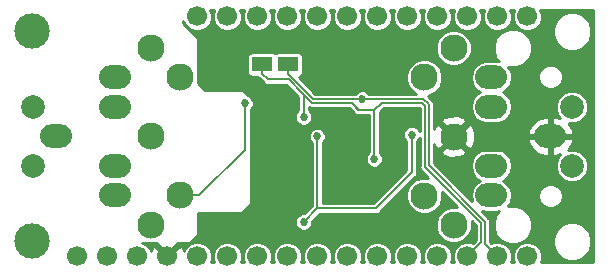
<source format=gbl>
G04 #@! TF.GenerationSoftware,KiCad,Pcbnew,(5.0.0-rc2-dev-444-g2974a2c10)*
G04 #@! TF.CreationDate,2019-08-12T19:19:49-07:00*
G04 #@! TF.ProjectId,Classic MIDI FeatherWing,436C6173736963204D49444920466561,v01*
G04 #@! TF.SameCoordinates,Original*
G04 #@! TF.FileFunction,Copper,L2,Bot,Signal*
G04 #@! TF.FilePolarity,Positive*
%FSLAX46Y46*%
G04 Gerber Fmt 4.6, Leading zero omitted, Abs format (unit mm)*
G04 Created by KiCad (PCBNEW (5.0.0-rc2-dev-444-g2974a2c10)) date 08/12/19 19:19:49*
%MOMM*%
%LPD*%
G01*
G04 APERTURE LIST*
%ADD10O,2.700000X2.000000*%
%ADD11C,2.000000*%
%ADD12C,2.300000*%
%ADD13R,1.800000X1.300000*%
%ADD14C,1.700000*%
%ADD15C,3.000000*%
%ADD16C,0.685800*%
%ADD17C,0.203200*%
%ADD18C,0.152400*%
%ADD19C,0.254000*%
G04 APERTURE END LIST*
D10*
X135342000Y-111680000D03*
X135342000Y-109180000D03*
X130342000Y-106680000D03*
X135342000Y-104180000D03*
X135342000Y-101680000D03*
X167172000Y-101680000D03*
X167172000Y-104180000D03*
X172172000Y-106680000D03*
X167172000Y-109180000D03*
X167172000Y-111680000D03*
D11*
X173983253Y-109197642D03*
D12*
X161483253Y-101697642D03*
X163983253Y-99197642D03*
X163983253Y-106697642D03*
X163983253Y-114197642D03*
D11*
X173983253Y-104197642D03*
D12*
X161483253Y-111697642D03*
D11*
X128329253Y-104183642D03*
D12*
X140829253Y-111683642D03*
X138329253Y-114183642D03*
X138329253Y-106683642D03*
X138329253Y-99183642D03*
D11*
X128329253Y-109183642D03*
D12*
X140829253Y-101683642D03*
D13*
X149962453Y-100594642D03*
X147778053Y-100594642D03*
D14*
X132106253Y-116850642D03*
X134646253Y-116850642D03*
X137186253Y-116850642D03*
X139726253Y-116850642D03*
X142266253Y-116850642D03*
X144806253Y-116850642D03*
X147346253Y-116850642D03*
X149886253Y-116850642D03*
X152426253Y-116850642D03*
X154966253Y-116850642D03*
X157506253Y-116850642D03*
X160046253Y-116850642D03*
X162586253Y-116850642D03*
X165126253Y-116850642D03*
X167666253Y-116850642D03*
X170206253Y-116850642D03*
X142266253Y-96530642D03*
X144806253Y-96530642D03*
X147346253Y-96530642D03*
X149886253Y-96530642D03*
X152426253Y-96530642D03*
X154966253Y-96530642D03*
X157506253Y-96530642D03*
X160046253Y-96530642D03*
X162586253Y-96530642D03*
X165126253Y-96530642D03*
X167666253Y-96530642D03*
X170206253Y-96530642D03*
D15*
X128296253Y-115580642D03*
X128296253Y-97800642D03*
D16*
X146330253Y-103896642D03*
X171450000Y-99695000D03*
X171450000Y-113665000D03*
X151638000Y-101727000D03*
X148844000Y-111506000D03*
X151283253Y-113929642D03*
X152426253Y-106685642D03*
X160427253Y-106533442D03*
X151283253Y-105039642D03*
X157252253Y-108595642D03*
X156236253Y-103515642D03*
D17*
X152426253Y-112786642D02*
X151283253Y-113929642D01*
X152426253Y-106685642D02*
X152426253Y-112786642D01*
X160427253Y-106533442D02*
X160427253Y-109738642D01*
X157379253Y-112786642D02*
X152426253Y-112786642D01*
X160427253Y-109738642D02*
X157379253Y-112786642D01*
D18*
X140825611Y-101680000D02*
X140829253Y-101683642D01*
X148245653Y-101864642D02*
X147778053Y-101397042D01*
X149998987Y-101864642D02*
X148245653Y-101864642D01*
X155271063Y-103820452D02*
X151954796Y-103820451D01*
X147778053Y-101397042D02*
X147778053Y-100594642D01*
X151283253Y-103148908D02*
X151141987Y-103007642D01*
X151283253Y-105039642D02*
X151283253Y-103148908D01*
X151954796Y-103820451D02*
X151141987Y-103007642D01*
X151141987Y-103007642D02*
X149998987Y-101864642D01*
X157252253Y-105166642D02*
X157252253Y-104455452D01*
X157252253Y-105166642D02*
X157252253Y-105039642D01*
X157252253Y-108595642D02*
X157252253Y-105166642D01*
X155906063Y-104455452D02*
X155347253Y-103896642D01*
X157252253Y-104455452D02*
X155906063Y-104455452D01*
X155855253Y-104404642D02*
X155347253Y-103896642D01*
X155347253Y-103896642D02*
X155271063Y-103820452D01*
X166319190Y-115657705D02*
X166319190Y-114045256D01*
X166319190Y-114045256D02*
X161544001Y-109270065D01*
X161544001Y-109270065D02*
X161544000Y-104074452D01*
X157887253Y-103820452D02*
X157252253Y-104455452D01*
X165126253Y-116850642D02*
X166319190Y-115657705D01*
X161544000Y-104074452D02*
X161290000Y-103820452D01*
X161290000Y-103820452D02*
X157887253Y-103820452D01*
X149962453Y-101397042D02*
X149962453Y-100594642D01*
X152081053Y-103515642D02*
X149962453Y-101397042D01*
X156236253Y-103515642D02*
X152081053Y-103515642D01*
X156721186Y-103515642D02*
X156236253Y-103515642D01*
X167666253Y-116850642D02*
X166624000Y-115808389D01*
X166624000Y-115808389D02*
X166624000Y-113919000D01*
X166624000Y-113919000D02*
X161848810Y-109143810D01*
X161848810Y-109143810D02*
X161848809Y-103948195D01*
X161848809Y-103948195D02*
X161416256Y-103515642D01*
X161416256Y-103515642D02*
X156721186Y-103515642D01*
X140825611Y-111680000D02*
X140829253Y-111683642D01*
X146330253Y-104381575D02*
X146330253Y-103896642D01*
X146330253Y-107808987D02*
X146330253Y-104381575D01*
X142455598Y-111683642D02*
X146330253Y-107808987D01*
X140829253Y-111683642D02*
X142455598Y-111683642D01*
D19*
G36*
X143575253Y-96285781D02*
X143575253Y-96775503D01*
X143762661Y-97227948D01*
X144108947Y-97574234D01*
X144561392Y-97761642D01*
X145051114Y-97761642D01*
X145503559Y-97574234D01*
X145849845Y-97227948D01*
X146037253Y-96775503D01*
X146037253Y-96285781D01*
X145923850Y-96012000D01*
X146228656Y-96012000D01*
X146115253Y-96285781D01*
X146115253Y-96775503D01*
X146302661Y-97227948D01*
X146648947Y-97574234D01*
X147101392Y-97761642D01*
X147591114Y-97761642D01*
X148043559Y-97574234D01*
X148389845Y-97227948D01*
X148577253Y-96775503D01*
X148577253Y-96285781D01*
X148463850Y-96012000D01*
X148768656Y-96012000D01*
X148655253Y-96285781D01*
X148655253Y-96775503D01*
X148842661Y-97227948D01*
X149188947Y-97574234D01*
X149641392Y-97761642D01*
X150131114Y-97761642D01*
X150583559Y-97574234D01*
X150929845Y-97227948D01*
X151117253Y-96775503D01*
X151117253Y-96285781D01*
X151003850Y-96012000D01*
X151308656Y-96012000D01*
X151195253Y-96285781D01*
X151195253Y-96775503D01*
X151382661Y-97227948D01*
X151728947Y-97574234D01*
X152181392Y-97761642D01*
X152671114Y-97761642D01*
X153123559Y-97574234D01*
X153469845Y-97227948D01*
X153657253Y-96775503D01*
X153657253Y-96285781D01*
X153543850Y-96012000D01*
X153848656Y-96012000D01*
X153735253Y-96285781D01*
X153735253Y-96775503D01*
X153922661Y-97227948D01*
X154268947Y-97574234D01*
X154721392Y-97761642D01*
X155211114Y-97761642D01*
X155663559Y-97574234D01*
X156009845Y-97227948D01*
X156197253Y-96775503D01*
X156197253Y-96285781D01*
X156083850Y-96012000D01*
X156388656Y-96012000D01*
X156275253Y-96285781D01*
X156275253Y-96775503D01*
X156462661Y-97227948D01*
X156808947Y-97574234D01*
X157261392Y-97761642D01*
X157751114Y-97761642D01*
X158203559Y-97574234D01*
X158549845Y-97227948D01*
X158737253Y-96775503D01*
X158737253Y-96285781D01*
X158623850Y-96012000D01*
X158928656Y-96012000D01*
X158815253Y-96285781D01*
X158815253Y-96775503D01*
X159002661Y-97227948D01*
X159348947Y-97574234D01*
X159801392Y-97761642D01*
X160291114Y-97761642D01*
X160743559Y-97574234D01*
X161089845Y-97227948D01*
X161277253Y-96775503D01*
X161277253Y-96285781D01*
X161163850Y-96012000D01*
X161468656Y-96012000D01*
X161355253Y-96285781D01*
X161355253Y-96775503D01*
X161542661Y-97227948D01*
X161888947Y-97574234D01*
X162341392Y-97761642D01*
X162831114Y-97761642D01*
X163283559Y-97574234D01*
X163629845Y-97227948D01*
X163817253Y-96775503D01*
X163817253Y-96285781D01*
X163703850Y-96012000D01*
X164008656Y-96012000D01*
X163895253Y-96285781D01*
X163895253Y-96775503D01*
X164082661Y-97227948D01*
X164428947Y-97574234D01*
X164881392Y-97761642D01*
X165371114Y-97761642D01*
X165823559Y-97574234D01*
X166169845Y-97227948D01*
X166357253Y-96775503D01*
X166357253Y-96285781D01*
X166243850Y-96012000D01*
X166548656Y-96012000D01*
X166435253Y-96285781D01*
X166435253Y-96775503D01*
X166622661Y-97227948D01*
X166968947Y-97574234D01*
X167421392Y-97761642D01*
X167911114Y-97761642D01*
X168363559Y-97574234D01*
X168709845Y-97227948D01*
X168897253Y-96775503D01*
X168897253Y-96285781D01*
X168783850Y-96012000D01*
X169088656Y-96012000D01*
X168975253Y-96285781D01*
X168975253Y-96775503D01*
X169162661Y-97227948D01*
X169508947Y-97574234D01*
X169961392Y-97761642D01*
X170451114Y-97761642D01*
X170903559Y-97574234D01*
X171001577Y-97476216D01*
X172385253Y-97476216D01*
X172385253Y-98125068D01*
X172633558Y-98724529D01*
X173092366Y-99183337D01*
X173691827Y-99431642D01*
X174340679Y-99431642D01*
X174940140Y-99183337D01*
X175398948Y-98724529D01*
X175647253Y-98125068D01*
X175647253Y-97476216D01*
X175398948Y-96876755D01*
X174940140Y-96417947D01*
X174340679Y-96169642D01*
X173691827Y-96169642D01*
X173092366Y-96417947D01*
X172633558Y-96876755D01*
X172385253Y-97476216D01*
X171001577Y-97476216D01*
X171249845Y-97227948D01*
X171437253Y-96775503D01*
X171437253Y-96285781D01*
X171323850Y-96012000D01*
X175768000Y-96012000D01*
X175768000Y-117348000D01*
X171332666Y-117348000D01*
X171437253Y-117095503D01*
X171437253Y-116605781D01*
X171249845Y-116153336D01*
X170903559Y-115807050D01*
X170451114Y-115619642D01*
X169961392Y-115619642D01*
X169508947Y-115807050D01*
X169162661Y-116153336D01*
X168975253Y-116605781D01*
X168975253Y-117095503D01*
X169079840Y-117348000D01*
X168792666Y-117348000D01*
X168897253Y-117095503D01*
X168897253Y-116605781D01*
X168709845Y-116153336D01*
X168363559Y-115807050D01*
X167911114Y-115619642D01*
X167421392Y-115619642D01*
X167181286Y-115719097D01*
X167081200Y-115619011D01*
X167081200Y-113964024D01*
X167090156Y-113918999D01*
X167081200Y-113873974D01*
X167081200Y-113873970D01*
X167054673Y-113740609D01*
X166953623Y-113589377D01*
X166915446Y-113563868D01*
X166344690Y-112993112D01*
X166685986Y-113061000D01*
X167658014Y-113061000D01*
X167851874Y-113022439D01*
X167600558Y-113273755D01*
X167352253Y-113873216D01*
X167352253Y-114522068D01*
X167600558Y-115121529D01*
X168059366Y-115580337D01*
X168658827Y-115828642D01*
X169307679Y-115828642D01*
X169907140Y-115580337D01*
X170231261Y-115256216D01*
X172385253Y-115256216D01*
X172385253Y-115905068D01*
X172633558Y-116504529D01*
X173092366Y-116963337D01*
X173691827Y-117211642D01*
X174340679Y-117211642D01*
X174940140Y-116963337D01*
X175398948Y-116504529D01*
X175647253Y-115905068D01*
X175647253Y-115256216D01*
X175398948Y-114656755D01*
X174940140Y-114197947D01*
X174340679Y-113949642D01*
X173691827Y-113949642D01*
X173092366Y-114197947D01*
X172633558Y-114656755D01*
X172385253Y-115256216D01*
X170231261Y-115256216D01*
X170365948Y-115121529D01*
X170614253Y-114522068D01*
X170614253Y-113873216D01*
X170365948Y-113273755D01*
X169907140Y-112814947D01*
X169307679Y-112566642D01*
X168658827Y-112566642D01*
X168564323Y-112605787D01*
X168822873Y-112218839D01*
X168930055Y-111680000D01*
X168899208Y-111524921D01*
X171141000Y-111524921D01*
X171141000Y-111935079D01*
X171297961Y-112314014D01*
X171587986Y-112604039D01*
X171966921Y-112761000D01*
X172377079Y-112761000D01*
X172756014Y-112604039D01*
X173046039Y-112314014D01*
X173203000Y-111935079D01*
X173203000Y-111524921D01*
X173046039Y-111145986D01*
X172756014Y-110855961D01*
X172377079Y-110699000D01*
X171966921Y-110699000D01*
X171587986Y-110855961D01*
X171297961Y-111145986D01*
X171141000Y-111524921D01*
X168899208Y-111524921D01*
X168822873Y-111141161D01*
X168517645Y-110684355D01*
X168136976Y-110430000D01*
X168517645Y-110175645D01*
X168822873Y-109718839D01*
X168930055Y-109180000D01*
X168822873Y-108641161D01*
X168517645Y-108184355D01*
X168060839Y-107879127D01*
X167658014Y-107799000D01*
X166685986Y-107799000D01*
X166283161Y-107879127D01*
X165826355Y-108184355D01*
X165521127Y-108641161D01*
X165413945Y-109180000D01*
X165521127Y-109718839D01*
X165826355Y-110175645D01*
X166207024Y-110430000D01*
X165826355Y-110684355D01*
X165521127Y-111141161D01*
X165413945Y-111680000D01*
X165508888Y-112157310D01*
X162306010Y-108954432D01*
X162306010Y-107958667D01*
X162901834Y-107958667D01*
X163018854Y-108241088D01*
X163682916Y-108492660D01*
X164392701Y-108470956D01*
X164947652Y-108241088D01*
X165064672Y-107958667D01*
X163983253Y-106877247D01*
X162901834Y-107958667D01*
X162306010Y-107958667D01*
X162306009Y-107339024D01*
X162439807Y-107662041D01*
X162722228Y-107779061D01*
X163803648Y-106697642D01*
X164162858Y-106697642D01*
X165244278Y-107779061D01*
X165526699Y-107662041D01*
X165754610Y-107060434D01*
X170231876Y-107060434D01*
X170262856Y-107188355D01*
X170576078Y-107746317D01*
X171078980Y-108141942D01*
X171695000Y-108315000D01*
X172045000Y-108315000D01*
X172045000Y-106807000D01*
X172299000Y-106807000D01*
X172299000Y-108315000D01*
X172649000Y-108315000D01*
X173015956Y-108211911D01*
X172812498Y-108415369D01*
X172602253Y-108922944D01*
X172602253Y-109472340D01*
X172812498Y-109979915D01*
X173200980Y-110368397D01*
X173708555Y-110578642D01*
X174257951Y-110578642D01*
X174765526Y-110368397D01*
X175154008Y-109979915D01*
X175364253Y-109472340D01*
X175364253Y-108922944D01*
X175154008Y-108415369D01*
X174765526Y-108026887D01*
X174257951Y-107816642D01*
X173708555Y-107816642D01*
X173645135Y-107842911D01*
X173767922Y-107746317D01*
X174081144Y-107188355D01*
X174112124Y-107060434D01*
X173992777Y-106807000D01*
X172299000Y-106807000D01*
X172045000Y-106807000D01*
X170351223Y-106807000D01*
X170231876Y-107060434D01*
X165754610Y-107060434D01*
X165778271Y-106997979D01*
X165756915Y-106299566D01*
X170231876Y-106299566D01*
X170351223Y-106553000D01*
X172045000Y-106553000D01*
X172045000Y-105045000D01*
X172299000Y-105045000D01*
X172299000Y-106553000D01*
X173992777Y-106553000D01*
X174112124Y-106299566D01*
X174081144Y-106171645D01*
X173767922Y-105613683D01*
X173723379Y-105578642D01*
X174257951Y-105578642D01*
X174765526Y-105368397D01*
X175154008Y-104979915D01*
X175364253Y-104472340D01*
X175364253Y-103922944D01*
X175154008Y-103415369D01*
X174765526Y-103026887D01*
X174257951Y-102816642D01*
X173708555Y-102816642D01*
X173200980Y-103026887D01*
X172812498Y-103415369D01*
X172602253Y-103922944D01*
X172602253Y-104472340D01*
X172812498Y-104979915D01*
X172966887Y-105134304D01*
X172649000Y-105045000D01*
X172299000Y-105045000D01*
X172045000Y-105045000D01*
X171695000Y-105045000D01*
X171078980Y-105218058D01*
X170576078Y-105613683D01*
X170262856Y-106171645D01*
X170231876Y-106299566D01*
X165756915Y-106299566D01*
X165756567Y-106288194D01*
X165526699Y-105733243D01*
X165244278Y-105616223D01*
X164162858Y-106697642D01*
X163803648Y-106697642D01*
X162722228Y-105616223D01*
X162439807Y-105733243D01*
X162306009Y-106086423D01*
X162306009Y-105436617D01*
X162901834Y-105436617D01*
X163983253Y-106518037D01*
X165064672Y-105436617D01*
X164947652Y-105154196D01*
X164283590Y-104902624D01*
X163573805Y-104924328D01*
X163018854Y-105154196D01*
X162901834Y-105436617D01*
X162306009Y-105436617D01*
X162306008Y-103993229D01*
X162314966Y-103948194D01*
X162279482Y-103769804D01*
X162203939Y-103656746D01*
X162203936Y-103656743D01*
X162178431Y-103618572D01*
X162140259Y-103593067D01*
X161775834Y-103228642D01*
X161787788Y-103228642D01*
X162350495Y-102995561D01*
X162781172Y-102564884D01*
X163014253Y-102002177D01*
X163014253Y-101680000D01*
X165413945Y-101680000D01*
X165521127Y-102218839D01*
X165826355Y-102675645D01*
X166207024Y-102930000D01*
X165826355Y-103184355D01*
X165521127Y-103641161D01*
X165413945Y-104180000D01*
X165521127Y-104718839D01*
X165826355Y-105175645D01*
X166283161Y-105480873D01*
X166685986Y-105561000D01*
X167658014Y-105561000D01*
X168060839Y-105480873D01*
X168517645Y-105175645D01*
X168822873Y-104718839D01*
X168930055Y-104180000D01*
X168822873Y-103641161D01*
X168517645Y-103184355D01*
X168136976Y-102930000D01*
X168517645Y-102675645D01*
X168822873Y-102218839D01*
X168930055Y-101680000D01*
X168879317Y-101424921D01*
X171141000Y-101424921D01*
X171141000Y-101835079D01*
X171297961Y-102214014D01*
X171587986Y-102504039D01*
X171966921Y-102661000D01*
X172377079Y-102661000D01*
X172756014Y-102504039D01*
X173046039Y-102214014D01*
X173203000Y-101835079D01*
X173203000Y-101424921D01*
X173046039Y-101045986D01*
X172756014Y-100755961D01*
X172377079Y-100599000D01*
X171966921Y-100599000D01*
X171587986Y-100755961D01*
X171297961Y-101045986D01*
X171141000Y-101424921D01*
X168879317Y-101424921D01*
X168822873Y-101141161D01*
X168596921Y-100803000D01*
X168658827Y-100828642D01*
X169307679Y-100828642D01*
X169907140Y-100580337D01*
X170365948Y-100121529D01*
X170614253Y-99522068D01*
X170614253Y-98873216D01*
X170365948Y-98273755D01*
X169907140Y-97814947D01*
X169307679Y-97566642D01*
X168658827Y-97566642D01*
X168059366Y-97814947D01*
X167600558Y-98273755D01*
X167352253Y-98873216D01*
X167352253Y-99522068D01*
X167600558Y-100121529D01*
X167807829Y-100328800D01*
X167658014Y-100299000D01*
X166685986Y-100299000D01*
X166283161Y-100379127D01*
X165826355Y-100684355D01*
X165521127Y-101141161D01*
X165413945Y-101680000D01*
X163014253Y-101680000D01*
X163014253Y-101393107D01*
X162781172Y-100830400D01*
X162350495Y-100399723D01*
X161787788Y-100166642D01*
X161178718Y-100166642D01*
X160616011Y-100399723D01*
X160185334Y-100830400D01*
X159952253Y-101393107D01*
X159952253Y-102002177D01*
X160185334Y-102564884D01*
X160616011Y-102995561D01*
X160767819Y-103058442D01*
X156802802Y-103058442D01*
X156646309Y-102901949D01*
X156380246Y-102791742D01*
X156092260Y-102791742D01*
X155826197Y-102901949D01*
X155669704Y-103058442D01*
X152270432Y-103058442D01*
X150845095Y-101633106D01*
X150862453Y-101633106D01*
X151011112Y-101603536D01*
X151137139Y-101519328D01*
X151221347Y-101393301D01*
X151250917Y-101244642D01*
X151250917Y-99944642D01*
X151221347Y-99795983D01*
X151137139Y-99669956D01*
X151011112Y-99585748D01*
X150862453Y-99556178D01*
X149062453Y-99556178D01*
X148913794Y-99585748D01*
X148870253Y-99614841D01*
X148826712Y-99585748D01*
X148678053Y-99556178D01*
X146878053Y-99556178D01*
X146729394Y-99585748D01*
X146603367Y-99669956D01*
X146519159Y-99795983D01*
X146489589Y-99944642D01*
X146489589Y-101244642D01*
X146519159Y-101393301D01*
X146603367Y-101519328D01*
X146729394Y-101603536D01*
X146878053Y-101633106D01*
X147385916Y-101633106D01*
X147448430Y-101726665D01*
X147486607Y-101752174D01*
X147890523Y-102156090D01*
X147916030Y-102194265D01*
X147954204Y-102219772D01*
X148067262Y-102295315D01*
X148245652Y-102330799D01*
X148290682Y-102321842D01*
X149809609Y-102321842D01*
X150826054Y-103338288D01*
X150826053Y-104473093D01*
X150669560Y-104629586D01*
X150559353Y-104895649D01*
X150559353Y-105183635D01*
X150669560Y-105449698D01*
X150873197Y-105653335D01*
X151139260Y-105763542D01*
X151427246Y-105763542D01*
X151693309Y-105653335D01*
X151896946Y-105449698D01*
X152007153Y-105183635D01*
X152007153Y-104895649D01*
X151896946Y-104629586D01*
X151740453Y-104473093D01*
X151740453Y-104227101D01*
X151776406Y-104251124D01*
X151954796Y-104286608D01*
X151999831Y-104277650D01*
X155081685Y-104277652D01*
X155550931Y-104746898D01*
X155576440Y-104785075D01*
X155704734Y-104870798D01*
X155727672Y-104886125D01*
X155906063Y-104921609D01*
X155951093Y-104912652D01*
X156795053Y-104912652D01*
X156795053Y-105211671D01*
X156795054Y-105211676D01*
X156795053Y-108029093D01*
X156638560Y-108185586D01*
X156528353Y-108451649D01*
X156528353Y-108739635D01*
X156638560Y-109005698D01*
X156842197Y-109209335D01*
X157108260Y-109319542D01*
X157396246Y-109319542D01*
X157662309Y-109209335D01*
X157865946Y-109005698D01*
X157976153Y-108739635D01*
X157976153Y-108451649D01*
X157865946Y-108185586D01*
X157709453Y-108029093D01*
X157709453Y-104644830D01*
X158076631Y-104277652D01*
X161086800Y-104277652D01*
X161086801Y-106234089D01*
X161040946Y-106123386D01*
X160837309Y-105919749D01*
X160571246Y-105809542D01*
X160283260Y-105809542D01*
X160017197Y-105919749D01*
X159813560Y-106123386D01*
X159703353Y-106389449D01*
X159703353Y-106677435D01*
X159813560Y-106943498D01*
X159944653Y-107074591D01*
X159944654Y-109538742D01*
X157179355Y-112304042D01*
X152908853Y-112304042D01*
X152908853Y-107226791D01*
X153039946Y-107095698D01*
X153150153Y-106829635D01*
X153150153Y-106541649D01*
X153039946Y-106275586D01*
X152836309Y-106071949D01*
X152570246Y-105961742D01*
X152282260Y-105961742D01*
X152016197Y-106071949D01*
X151812560Y-106275586D01*
X151702353Y-106541649D01*
X151702353Y-106829635D01*
X151812560Y-107095698D01*
X151943653Y-107226791D01*
X151943654Y-112586742D01*
X151324655Y-113205742D01*
X151139260Y-113205742D01*
X150873197Y-113315949D01*
X150669560Y-113519586D01*
X150559353Y-113785649D01*
X150559353Y-114073635D01*
X150669560Y-114339698D01*
X150873197Y-114543335D01*
X151139260Y-114653542D01*
X151427246Y-114653542D01*
X151693309Y-114543335D01*
X151896946Y-114339698D01*
X152007153Y-114073635D01*
X152007153Y-113888240D01*
X152626152Y-113269242D01*
X157331725Y-113269242D01*
X157379253Y-113278696D01*
X157426781Y-113269242D01*
X157426782Y-113269242D01*
X157567554Y-113241241D01*
X157727188Y-113134577D01*
X157754115Y-113094278D01*
X160734892Y-110113502D01*
X160775188Y-110086577D01*
X160881852Y-109926943D01*
X160909853Y-109786171D01*
X160909853Y-109786170D01*
X160919307Y-109738642D01*
X160909853Y-109691114D01*
X160909853Y-107074591D01*
X161040946Y-106943498D01*
X161086801Y-106832794D01*
X161086802Y-109225030D01*
X161077844Y-109270065D01*
X161113328Y-109448455D01*
X161130017Y-109473432D01*
X161214379Y-109599688D01*
X161252553Y-109625195D01*
X161798392Y-110171034D01*
X161787788Y-110166642D01*
X161178718Y-110166642D01*
X160616011Y-110399723D01*
X160185334Y-110830400D01*
X159952253Y-111393107D01*
X159952253Y-112002177D01*
X160185334Y-112564884D01*
X160616011Y-112995561D01*
X161178718Y-113228642D01*
X161787788Y-113228642D01*
X162350495Y-112995561D01*
X162781172Y-112564884D01*
X163014253Y-112002177D01*
X163014253Y-111393107D01*
X163009861Y-111382504D01*
X164298390Y-112671034D01*
X164287788Y-112666642D01*
X163678718Y-112666642D01*
X163116011Y-112899723D01*
X162685334Y-113330400D01*
X162452253Y-113893107D01*
X162452253Y-114502177D01*
X162685334Y-115064884D01*
X163116011Y-115495561D01*
X163678718Y-115728642D01*
X164287788Y-115728642D01*
X164850495Y-115495561D01*
X165281172Y-115064884D01*
X165514253Y-114502177D01*
X165514253Y-113893107D01*
X165509862Y-113882505D01*
X165861991Y-114234635D01*
X165861990Y-115468327D01*
X165611220Y-115719097D01*
X165371114Y-115619642D01*
X164881392Y-115619642D01*
X164428947Y-115807050D01*
X164082661Y-116153336D01*
X163895253Y-116605781D01*
X163895253Y-117095503D01*
X163999840Y-117348000D01*
X163712666Y-117348000D01*
X163817253Y-117095503D01*
X163817253Y-116605781D01*
X163629845Y-116153336D01*
X163283559Y-115807050D01*
X162831114Y-115619642D01*
X162341392Y-115619642D01*
X161888947Y-115807050D01*
X161542661Y-116153336D01*
X161355253Y-116605781D01*
X161355253Y-117095503D01*
X161459840Y-117348000D01*
X161172666Y-117348000D01*
X161277253Y-117095503D01*
X161277253Y-116605781D01*
X161089845Y-116153336D01*
X160743559Y-115807050D01*
X160291114Y-115619642D01*
X159801392Y-115619642D01*
X159348947Y-115807050D01*
X159002661Y-116153336D01*
X158815253Y-116605781D01*
X158815253Y-117095503D01*
X158919840Y-117348000D01*
X158632666Y-117348000D01*
X158737253Y-117095503D01*
X158737253Y-116605781D01*
X158549845Y-116153336D01*
X158203559Y-115807050D01*
X157751114Y-115619642D01*
X157261392Y-115619642D01*
X156808947Y-115807050D01*
X156462661Y-116153336D01*
X156275253Y-116605781D01*
X156275253Y-117095503D01*
X156379840Y-117348000D01*
X156092666Y-117348000D01*
X156197253Y-117095503D01*
X156197253Y-116605781D01*
X156009845Y-116153336D01*
X155663559Y-115807050D01*
X155211114Y-115619642D01*
X154721392Y-115619642D01*
X154268947Y-115807050D01*
X153922661Y-116153336D01*
X153735253Y-116605781D01*
X153735253Y-117095503D01*
X153839840Y-117348000D01*
X153552666Y-117348000D01*
X153657253Y-117095503D01*
X153657253Y-116605781D01*
X153469845Y-116153336D01*
X153123559Y-115807050D01*
X152671114Y-115619642D01*
X152181392Y-115619642D01*
X151728947Y-115807050D01*
X151382661Y-116153336D01*
X151195253Y-116605781D01*
X151195253Y-117095503D01*
X151299840Y-117348000D01*
X151012666Y-117348000D01*
X151117253Y-117095503D01*
X151117253Y-116605781D01*
X150929845Y-116153336D01*
X150583559Y-115807050D01*
X150131114Y-115619642D01*
X149641392Y-115619642D01*
X149188947Y-115807050D01*
X148842661Y-116153336D01*
X148655253Y-116605781D01*
X148655253Y-117095503D01*
X148759840Y-117348000D01*
X148472666Y-117348000D01*
X148577253Y-117095503D01*
X148577253Y-116605781D01*
X148389845Y-116153336D01*
X148043559Y-115807050D01*
X147591114Y-115619642D01*
X147101392Y-115619642D01*
X146648947Y-115807050D01*
X146302661Y-116153336D01*
X146115253Y-116605781D01*
X146115253Y-117095503D01*
X146219840Y-117348000D01*
X145932666Y-117348000D01*
X146037253Y-117095503D01*
X146037253Y-116605781D01*
X145849845Y-116153336D01*
X145503559Y-115807050D01*
X145051114Y-115619642D01*
X144561392Y-115619642D01*
X144108947Y-115807050D01*
X143762661Y-116153336D01*
X143575253Y-116605781D01*
X143575253Y-117095503D01*
X143679840Y-117348000D01*
X143392666Y-117348000D01*
X143497253Y-117095503D01*
X143497253Y-116605781D01*
X143309845Y-116153336D01*
X142963559Y-115807050D01*
X142511114Y-115619642D01*
X142021392Y-115619642D01*
X141568947Y-115807050D01*
X141222661Y-116153336D01*
X141140058Y-116352758D01*
X141021512Y-116066562D01*
X140770211Y-115986289D01*
X139905858Y-116850642D01*
X139920001Y-116864785D01*
X139740396Y-117044390D01*
X139726253Y-117030247D01*
X139712111Y-117044390D01*
X139532506Y-116864785D01*
X139546648Y-116850642D01*
X138682295Y-115986289D01*
X138430994Y-116066562D01*
X138320299Y-116371713D01*
X138229845Y-116153336D01*
X137883559Y-115807050D01*
X137617874Y-115697000D01*
X137982126Y-115697000D01*
X138024718Y-115714642D01*
X138633788Y-115714642D01*
X138676379Y-115697000D01*
X138896936Y-115697000D01*
X138861900Y-115806684D01*
X139726253Y-116671037D01*
X140590606Y-115806684D01*
X140555570Y-115697000D01*
X141605000Y-115697000D01*
X141653601Y-115687333D01*
X141694803Y-115659803D01*
X142329803Y-115024803D01*
X142357333Y-114983601D01*
X142367000Y-114935000D01*
X142367000Y-113157000D01*
X146050000Y-113157000D01*
X146098601Y-113147333D01*
X146139803Y-113119803D01*
X146774803Y-112484803D01*
X146802333Y-112443601D01*
X146812000Y-112395000D01*
X146812000Y-104438644D01*
X146943946Y-104306698D01*
X147054153Y-104040635D01*
X147054153Y-103752649D01*
X146943946Y-103486586D01*
X146740309Y-103282949D01*
X146573432Y-103213826D01*
X146139803Y-102780197D01*
X146098601Y-102752667D01*
X146050000Y-102743000D01*
X142927606Y-102743000D01*
X142367000Y-102182394D01*
X142367000Y-98893107D01*
X162452253Y-98893107D01*
X162452253Y-99502177D01*
X162685334Y-100064884D01*
X163116011Y-100495561D01*
X163678718Y-100728642D01*
X164287788Y-100728642D01*
X164850495Y-100495561D01*
X165281172Y-100064884D01*
X165514253Y-99502177D01*
X165514253Y-98893107D01*
X165281172Y-98330400D01*
X164850495Y-97899723D01*
X164287788Y-97666642D01*
X163678718Y-97666642D01*
X163116011Y-97899723D01*
X162685334Y-98330400D01*
X162452253Y-98893107D01*
X142367000Y-98893107D01*
X142367000Y-98425000D01*
X142357333Y-98376399D01*
X142329803Y-98335197D01*
X141097000Y-97102394D01*
X141097000Y-96924574D01*
X141222661Y-97227948D01*
X141568947Y-97574234D01*
X142021392Y-97761642D01*
X142511114Y-97761642D01*
X142963559Y-97574234D01*
X143309845Y-97227948D01*
X143497253Y-96775503D01*
X143497253Y-96285781D01*
X143383850Y-96012000D01*
X143688656Y-96012000D01*
X143575253Y-96285781D01*
X143575253Y-96285781D01*
G37*
X143575253Y-96285781D02*
X143575253Y-96775503D01*
X143762661Y-97227948D01*
X144108947Y-97574234D01*
X144561392Y-97761642D01*
X145051114Y-97761642D01*
X145503559Y-97574234D01*
X145849845Y-97227948D01*
X146037253Y-96775503D01*
X146037253Y-96285781D01*
X145923850Y-96012000D01*
X146228656Y-96012000D01*
X146115253Y-96285781D01*
X146115253Y-96775503D01*
X146302661Y-97227948D01*
X146648947Y-97574234D01*
X147101392Y-97761642D01*
X147591114Y-97761642D01*
X148043559Y-97574234D01*
X148389845Y-97227948D01*
X148577253Y-96775503D01*
X148577253Y-96285781D01*
X148463850Y-96012000D01*
X148768656Y-96012000D01*
X148655253Y-96285781D01*
X148655253Y-96775503D01*
X148842661Y-97227948D01*
X149188947Y-97574234D01*
X149641392Y-97761642D01*
X150131114Y-97761642D01*
X150583559Y-97574234D01*
X150929845Y-97227948D01*
X151117253Y-96775503D01*
X151117253Y-96285781D01*
X151003850Y-96012000D01*
X151308656Y-96012000D01*
X151195253Y-96285781D01*
X151195253Y-96775503D01*
X151382661Y-97227948D01*
X151728947Y-97574234D01*
X152181392Y-97761642D01*
X152671114Y-97761642D01*
X153123559Y-97574234D01*
X153469845Y-97227948D01*
X153657253Y-96775503D01*
X153657253Y-96285781D01*
X153543850Y-96012000D01*
X153848656Y-96012000D01*
X153735253Y-96285781D01*
X153735253Y-96775503D01*
X153922661Y-97227948D01*
X154268947Y-97574234D01*
X154721392Y-97761642D01*
X155211114Y-97761642D01*
X155663559Y-97574234D01*
X156009845Y-97227948D01*
X156197253Y-96775503D01*
X156197253Y-96285781D01*
X156083850Y-96012000D01*
X156388656Y-96012000D01*
X156275253Y-96285781D01*
X156275253Y-96775503D01*
X156462661Y-97227948D01*
X156808947Y-97574234D01*
X157261392Y-97761642D01*
X157751114Y-97761642D01*
X158203559Y-97574234D01*
X158549845Y-97227948D01*
X158737253Y-96775503D01*
X158737253Y-96285781D01*
X158623850Y-96012000D01*
X158928656Y-96012000D01*
X158815253Y-96285781D01*
X158815253Y-96775503D01*
X159002661Y-97227948D01*
X159348947Y-97574234D01*
X159801392Y-97761642D01*
X160291114Y-97761642D01*
X160743559Y-97574234D01*
X161089845Y-97227948D01*
X161277253Y-96775503D01*
X161277253Y-96285781D01*
X161163850Y-96012000D01*
X161468656Y-96012000D01*
X161355253Y-96285781D01*
X161355253Y-96775503D01*
X161542661Y-97227948D01*
X161888947Y-97574234D01*
X162341392Y-97761642D01*
X162831114Y-97761642D01*
X163283559Y-97574234D01*
X163629845Y-97227948D01*
X163817253Y-96775503D01*
X163817253Y-96285781D01*
X163703850Y-96012000D01*
X164008656Y-96012000D01*
X163895253Y-96285781D01*
X163895253Y-96775503D01*
X164082661Y-97227948D01*
X164428947Y-97574234D01*
X164881392Y-97761642D01*
X165371114Y-97761642D01*
X165823559Y-97574234D01*
X166169845Y-97227948D01*
X166357253Y-96775503D01*
X166357253Y-96285781D01*
X166243850Y-96012000D01*
X166548656Y-96012000D01*
X166435253Y-96285781D01*
X166435253Y-96775503D01*
X166622661Y-97227948D01*
X166968947Y-97574234D01*
X167421392Y-97761642D01*
X167911114Y-97761642D01*
X168363559Y-97574234D01*
X168709845Y-97227948D01*
X168897253Y-96775503D01*
X168897253Y-96285781D01*
X168783850Y-96012000D01*
X169088656Y-96012000D01*
X168975253Y-96285781D01*
X168975253Y-96775503D01*
X169162661Y-97227948D01*
X169508947Y-97574234D01*
X169961392Y-97761642D01*
X170451114Y-97761642D01*
X170903559Y-97574234D01*
X171001577Y-97476216D01*
X172385253Y-97476216D01*
X172385253Y-98125068D01*
X172633558Y-98724529D01*
X173092366Y-99183337D01*
X173691827Y-99431642D01*
X174340679Y-99431642D01*
X174940140Y-99183337D01*
X175398948Y-98724529D01*
X175647253Y-98125068D01*
X175647253Y-97476216D01*
X175398948Y-96876755D01*
X174940140Y-96417947D01*
X174340679Y-96169642D01*
X173691827Y-96169642D01*
X173092366Y-96417947D01*
X172633558Y-96876755D01*
X172385253Y-97476216D01*
X171001577Y-97476216D01*
X171249845Y-97227948D01*
X171437253Y-96775503D01*
X171437253Y-96285781D01*
X171323850Y-96012000D01*
X175768000Y-96012000D01*
X175768000Y-117348000D01*
X171332666Y-117348000D01*
X171437253Y-117095503D01*
X171437253Y-116605781D01*
X171249845Y-116153336D01*
X170903559Y-115807050D01*
X170451114Y-115619642D01*
X169961392Y-115619642D01*
X169508947Y-115807050D01*
X169162661Y-116153336D01*
X168975253Y-116605781D01*
X168975253Y-117095503D01*
X169079840Y-117348000D01*
X168792666Y-117348000D01*
X168897253Y-117095503D01*
X168897253Y-116605781D01*
X168709845Y-116153336D01*
X168363559Y-115807050D01*
X167911114Y-115619642D01*
X167421392Y-115619642D01*
X167181286Y-115719097D01*
X167081200Y-115619011D01*
X167081200Y-113964024D01*
X167090156Y-113918999D01*
X167081200Y-113873974D01*
X167081200Y-113873970D01*
X167054673Y-113740609D01*
X166953623Y-113589377D01*
X166915446Y-113563868D01*
X166344690Y-112993112D01*
X166685986Y-113061000D01*
X167658014Y-113061000D01*
X167851874Y-113022439D01*
X167600558Y-113273755D01*
X167352253Y-113873216D01*
X167352253Y-114522068D01*
X167600558Y-115121529D01*
X168059366Y-115580337D01*
X168658827Y-115828642D01*
X169307679Y-115828642D01*
X169907140Y-115580337D01*
X170231261Y-115256216D01*
X172385253Y-115256216D01*
X172385253Y-115905068D01*
X172633558Y-116504529D01*
X173092366Y-116963337D01*
X173691827Y-117211642D01*
X174340679Y-117211642D01*
X174940140Y-116963337D01*
X175398948Y-116504529D01*
X175647253Y-115905068D01*
X175647253Y-115256216D01*
X175398948Y-114656755D01*
X174940140Y-114197947D01*
X174340679Y-113949642D01*
X173691827Y-113949642D01*
X173092366Y-114197947D01*
X172633558Y-114656755D01*
X172385253Y-115256216D01*
X170231261Y-115256216D01*
X170365948Y-115121529D01*
X170614253Y-114522068D01*
X170614253Y-113873216D01*
X170365948Y-113273755D01*
X169907140Y-112814947D01*
X169307679Y-112566642D01*
X168658827Y-112566642D01*
X168564323Y-112605787D01*
X168822873Y-112218839D01*
X168930055Y-111680000D01*
X168899208Y-111524921D01*
X171141000Y-111524921D01*
X171141000Y-111935079D01*
X171297961Y-112314014D01*
X171587986Y-112604039D01*
X171966921Y-112761000D01*
X172377079Y-112761000D01*
X172756014Y-112604039D01*
X173046039Y-112314014D01*
X173203000Y-111935079D01*
X173203000Y-111524921D01*
X173046039Y-111145986D01*
X172756014Y-110855961D01*
X172377079Y-110699000D01*
X171966921Y-110699000D01*
X171587986Y-110855961D01*
X171297961Y-111145986D01*
X171141000Y-111524921D01*
X168899208Y-111524921D01*
X168822873Y-111141161D01*
X168517645Y-110684355D01*
X168136976Y-110430000D01*
X168517645Y-110175645D01*
X168822873Y-109718839D01*
X168930055Y-109180000D01*
X168822873Y-108641161D01*
X168517645Y-108184355D01*
X168060839Y-107879127D01*
X167658014Y-107799000D01*
X166685986Y-107799000D01*
X166283161Y-107879127D01*
X165826355Y-108184355D01*
X165521127Y-108641161D01*
X165413945Y-109180000D01*
X165521127Y-109718839D01*
X165826355Y-110175645D01*
X166207024Y-110430000D01*
X165826355Y-110684355D01*
X165521127Y-111141161D01*
X165413945Y-111680000D01*
X165508888Y-112157310D01*
X162306010Y-108954432D01*
X162306010Y-107958667D01*
X162901834Y-107958667D01*
X163018854Y-108241088D01*
X163682916Y-108492660D01*
X164392701Y-108470956D01*
X164947652Y-108241088D01*
X165064672Y-107958667D01*
X163983253Y-106877247D01*
X162901834Y-107958667D01*
X162306010Y-107958667D01*
X162306009Y-107339024D01*
X162439807Y-107662041D01*
X162722228Y-107779061D01*
X163803648Y-106697642D01*
X164162858Y-106697642D01*
X165244278Y-107779061D01*
X165526699Y-107662041D01*
X165754610Y-107060434D01*
X170231876Y-107060434D01*
X170262856Y-107188355D01*
X170576078Y-107746317D01*
X171078980Y-108141942D01*
X171695000Y-108315000D01*
X172045000Y-108315000D01*
X172045000Y-106807000D01*
X172299000Y-106807000D01*
X172299000Y-108315000D01*
X172649000Y-108315000D01*
X173015956Y-108211911D01*
X172812498Y-108415369D01*
X172602253Y-108922944D01*
X172602253Y-109472340D01*
X172812498Y-109979915D01*
X173200980Y-110368397D01*
X173708555Y-110578642D01*
X174257951Y-110578642D01*
X174765526Y-110368397D01*
X175154008Y-109979915D01*
X175364253Y-109472340D01*
X175364253Y-108922944D01*
X175154008Y-108415369D01*
X174765526Y-108026887D01*
X174257951Y-107816642D01*
X173708555Y-107816642D01*
X173645135Y-107842911D01*
X173767922Y-107746317D01*
X174081144Y-107188355D01*
X174112124Y-107060434D01*
X173992777Y-106807000D01*
X172299000Y-106807000D01*
X172045000Y-106807000D01*
X170351223Y-106807000D01*
X170231876Y-107060434D01*
X165754610Y-107060434D01*
X165778271Y-106997979D01*
X165756915Y-106299566D01*
X170231876Y-106299566D01*
X170351223Y-106553000D01*
X172045000Y-106553000D01*
X172045000Y-105045000D01*
X172299000Y-105045000D01*
X172299000Y-106553000D01*
X173992777Y-106553000D01*
X174112124Y-106299566D01*
X174081144Y-106171645D01*
X173767922Y-105613683D01*
X173723379Y-105578642D01*
X174257951Y-105578642D01*
X174765526Y-105368397D01*
X175154008Y-104979915D01*
X175364253Y-104472340D01*
X175364253Y-103922944D01*
X175154008Y-103415369D01*
X174765526Y-103026887D01*
X174257951Y-102816642D01*
X173708555Y-102816642D01*
X173200980Y-103026887D01*
X172812498Y-103415369D01*
X172602253Y-103922944D01*
X172602253Y-104472340D01*
X172812498Y-104979915D01*
X172966887Y-105134304D01*
X172649000Y-105045000D01*
X172299000Y-105045000D01*
X172045000Y-105045000D01*
X171695000Y-105045000D01*
X171078980Y-105218058D01*
X170576078Y-105613683D01*
X170262856Y-106171645D01*
X170231876Y-106299566D01*
X165756915Y-106299566D01*
X165756567Y-106288194D01*
X165526699Y-105733243D01*
X165244278Y-105616223D01*
X164162858Y-106697642D01*
X163803648Y-106697642D01*
X162722228Y-105616223D01*
X162439807Y-105733243D01*
X162306009Y-106086423D01*
X162306009Y-105436617D01*
X162901834Y-105436617D01*
X163983253Y-106518037D01*
X165064672Y-105436617D01*
X164947652Y-105154196D01*
X164283590Y-104902624D01*
X163573805Y-104924328D01*
X163018854Y-105154196D01*
X162901834Y-105436617D01*
X162306009Y-105436617D01*
X162306008Y-103993229D01*
X162314966Y-103948194D01*
X162279482Y-103769804D01*
X162203939Y-103656746D01*
X162203936Y-103656743D01*
X162178431Y-103618572D01*
X162140259Y-103593067D01*
X161775834Y-103228642D01*
X161787788Y-103228642D01*
X162350495Y-102995561D01*
X162781172Y-102564884D01*
X163014253Y-102002177D01*
X163014253Y-101680000D01*
X165413945Y-101680000D01*
X165521127Y-102218839D01*
X165826355Y-102675645D01*
X166207024Y-102930000D01*
X165826355Y-103184355D01*
X165521127Y-103641161D01*
X165413945Y-104180000D01*
X165521127Y-104718839D01*
X165826355Y-105175645D01*
X166283161Y-105480873D01*
X166685986Y-105561000D01*
X167658014Y-105561000D01*
X168060839Y-105480873D01*
X168517645Y-105175645D01*
X168822873Y-104718839D01*
X168930055Y-104180000D01*
X168822873Y-103641161D01*
X168517645Y-103184355D01*
X168136976Y-102930000D01*
X168517645Y-102675645D01*
X168822873Y-102218839D01*
X168930055Y-101680000D01*
X168879317Y-101424921D01*
X171141000Y-101424921D01*
X171141000Y-101835079D01*
X171297961Y-102214014D01*
X171587986Y-102504039D01*
X171966921Y-102661000D01*
X172377079Y-102661000D01*
X172756014Y-102504039D01*
X173046039Y-102214014D01*
X173203000Y-101835079D01*
X173203000Y-101424921D01*
X173046039Y-101045986D01*
X172756014Y-100755961D01*
X172377079Y-100599000D01*
X171966921Y-100599000D01*
X171587986Y-100755961D01*
X171297961Y-101045986D01*
X171141000Y-101424921D01*
X168879317Y-101424921D01*
X168822873Y-101141161D01*
X168596921Y-100803000D01*
X168658827Y-100828642D01*
X169307679Y-100828642D01*
X169907140Y-100580337D01*
X170365948Y-100121529D01*
X170614253Y-99522068D01*
X170614253Y-98873216D01*
X170365948Y-98273755D01*
X169907140Y-97814947D01*
X169307679Y-97566642D01*
X168658827Y-97566642D01*
X168059366Y-97814947D01*
X167600558Y-98273755D01*
X167352253Y-98873216D01*
X167352253Y-99522068D01*
X167600558Y-100121529D01*
X167807829Y-100328800D01*
X167658014Y-100299000D01*
X166685986Y-100299000D01*
X166283161Y-100379127D01*
X165826355Y-100684355D01*
X165521127Y-101141161D01*
X165413945Y-101680000D01*
X163014253Y-101680000D01*
X163014253Y-101393107D01*
X162781172Y-100830400D01*
X162350495Y-100399723D01*
X161787788Y-100166642D01*
X161178718Y-100166642D01*
X160616011Y-100399723D01*
X160185334Y-100830400D01*
X159952253Y-101393107D01*
X159952253Y-102002177D01*
X160185334Y-102564884D01*
X160616011Y-102995561D01*
X160767819Y-103058442D01*
X156802802Y-103058442D01*
X156646309Y-102901949D01*
X156380246Y-102791742D01*
X156092260Y-102791742D01*
X155826197Y-102901949D01*
X155669704Y-103058442D01*
X152270432Y-103058442D01*
X150845095Y-101633106D01*
X150862453Y-101633106D01*
X151011112Y-101603536D01*
X151137139Y-101519328D01*
X151221347Y-101393301D01*
X151250917Y-101244642D01*
X151250917Y-99944642D01*
X151221347Y-99795983D01*
X151137139Y-99669956D01*
X151011112Y-99585748D01*
X150862453Y-99556178D01*
X149062453Y-99556178D01*
X148913794Y-99585748D01*
X148870253Y-99614841D01*
X148826712Y-99585748D01*
X148678053Y-99556178D01*
X146878053Y-99556178D01*
X146729394Y-99585748D01*
X146603367Y-99669956D01*
X146519159Y-99795983D01*
X146489589Y-99944642D01*
X146489589Y-101244642D01*
X146519159Y-101393301D01*
X146603367Y-101519328D01*
X146729394Y-101603536D01*
X146878053Y-101633106D01*
X147385916Y-101633106D01*
X147448430Y-101726665D01*
X147486607Y-101752174D01*
X147890523Y-102156090D01*
X147916030Y-102194265D01*
X147954204Y-102219772D01*
X148067262Y-102295315D01*
X148245652Y-102330799D01*
X148290682Y-102321842D01*
X149809609Y-102321842D01*
X150826054Y-103338288D01*
X150826053Y-104473093D01*
X150669560Y-104629586D01*
X150559353Y-104895649D01*
X150559353Y-105183635D01*
X150669560Y-105449698D01*
X150873197Y-105653335D01*
X151139260Y-105763542D01*
X151427246Y-105763542D01*
X151693309Y-105653335D01*
X151896946Y-105449698D01*
X152007153Y-105183635D01*
X152007153Y-104895649D01*
X151896946Y-104629586D01*
X151740453Y-104473093D01*
X151740453Y-104227101D01*
X151776406Y-104251124D01*
X151954796Y-104286608D01*
X151999831Y-104277650D01*
X155081685Y-104277652D01*
X155550931Y-104746898D01*
X155576440Y-104785075D01*
X155704734Y-104870798D01*
X155727672Y-104886125D01*
X155906063Y-104921609D01*
X155951093Y-104912652D01*
X156795053Y-104912652D01*
X156795053Y-105211671D01*
X156795054Y-105211676D01*
X156795053Y-108029093D01*
X156638560Y-108185586D01*
X156528353Y-108451649D01*
X156528353Y-108739635D01*
X156638560Y-109005698D01*
X156842197Y-109209335D01*
X157108260Y-109319542D01*
X157396246Y-109319542D01*
X157662309Y-109209335D01*
X157865946Y-109005698D01*
X157976153Y-108739635D01*
X157976153Y-108451649D01*
X157865946Y-108185586D01*
X157709453Y-108029093D01*
X157709453Y-104644830D01*
X158076631Y-104277652D01*
X161086800Y-104277652D01*
X161086801Y-106234089D01*
X161040946Y-106123386D01*
X160837309Y-105919749D01*
X160571246Y-105809542D01*
X160283260Y-105809542D01*
X160017197Y-105919749D01*
X159813560Y-106123386D01*
X159703353Y-106389449D01*
X159703353Y-106677435D01*
X159813560Y-106943498D01*
X159944653Y-107074591D01*
X159944654Y-109538742D01*
X157179355Y-112304042D01*
X152908853Y-112304042D01*
X152908853Y-107226791D01*
X153039946Y-107095698D01*
X153150153Y-106829635D01*
X153150153Y-106541649D01*
X153039946Y-106275586D01*
X152836309Y-106071949D01*
X152570246Y-105961742D01*
X152282260Y-105961742D01*
X152016197Y-106071949D01*
X151812560Y-106275586D01*
X151702353Y-106541649D01*
X151702353Y-106829635D01*
X151812560Y-107095698D01*
X151943653Y-107226791D01*
X151943654Y-112586742D01*
X151324655Y-113205742D01*
X151139260Y-113205742D01*
X150873197Y-113315949D01*
X150669560Y-113519586D01*
X150559353Y-113785649D01*
X150559353Y-114073635D01*
X150669560Y-114339698D01*
X150873197Y-114543335D01*
X151139260Y-114653542D01*
X151427246Y-114653542D01*
X151693309Y-114543335D01*
X151896946Y-114339698D01*
X152007153Y-114073635D01*
X152007153Y-113888240D01*
X152626152Y-113269242D01*
X157331725Y-113269242D01*
X157379253Y-113278696D01*
X157426781Y-113269242D01*
X157426782Y-113269242D01*
X157567554Y-113241241D01*
X157727188Y-113134577D01*
X157754115Y-113094278D01*
X160734892Y-110113502D01*
X160775188Y-110086577D01*
X160881852Y-109926943D01*
X160909853Y-109786171D01*
X160909853Y-109786170D01*
X160919307Y-109738642D01*
X160909853Y-109691114D01*
X160909853Y-107074591D01*
X161040946Y-106943498D01*
X161086801Y-106832794D01*
X161086802Y-109225030D01*
X161077844Y-109270065D01*
X161113328Y-109448455D01*
X161130017Y-109473432D01*
X161214379Y-109599688D01*
X161252553Y-109625195D01*
X161798392Y-110171034D01*
X161787788Y-110166642D01*
X161178718Y-110166642D01*
X160616011Y-110399723D01*
X160185334Y-110830400D01*
X159952253Y-111393107D01*
X159952253Y-112002177D01*
X160185334Y-112564884D01*
X160616011Y-112995561D01*
X161178718Y-113228642D01*
X161787788Y-113228642D01*
X162350495Y-112995561D01*
X162781172Y-112564884D01*
X163014253Y-112002177D01*
X163014253Y-111393107D01*
X163009861Y-111382504D01*
X164298390Y-112671034D01*
X164287788Y-112666642D01*
X163678718Y-112666642D01*
X163116011Y-112899723D01*
X162685334Y-113330400D01*
X162452253Y-113893107D01*
X162452253Y-114502177D01*
X162685334Y-115064884D01*
X163116011Y-115495561D01*
X163678718Y-115728642D01*
X164287788Y-115728642D01*
X164850495Y-115495561D01*
X165281172Y-115064884D01*
X165514253Y-114502177D01*
X165514253Y-113893107D01*
X165509862Y-113882505D01*
X165861991Y-114234635D01*
X165861990Y-115468327D01*
X165611220Y-115719097D01*
X165371114Y-115619642D01*
X164881392Y-115619642D01*
X164428947Y-115807050D01*
X164082661Y-116153336D01*
X163895253Y-116605781D01*
X163895253Y-117095503D01*
X163999840Y-117348000D01*
X163712666Y-117348000D01*
X163817253Y-117095503D01*
X163817253Y-116605781D01*
X163629845Y-116153336D01*
X163283559Y-115807050D01*
X162831114Y-115619642D01*
X162341392Y-115619642D01*
X161888947Y-115807050D01*
X161542661Y-116153336D01*
X161355253Y-116605781D01*
X161355253Y-117095503D01*
X161459840Y-117348000D01*
X161172666Y-117348000D01*
X161277253Y-117095503D01*
X161277253Y-116605781D01*
X161089845Y-116153336D01*
X160743559Y-115807050D01*
X160291114Y-115619642D01*
X159801392Y-115619642D01*
X159348947Y-115807050D01*
X159002661Y-116153336D01*
X158815253Y-116605781D01*
X158815253Y-117095503D01*
X158919840Y-117348000D01*
X158632666Y-117348000D01*
X158737253Y-117095503D01*
X158737253Y-116605781D01*
X158549845Y-116153336D01*
X158203559Y-115807050D01*
X157751114Y-115619642D01*
X157261392Y-115619642D01*
X156808947Y-115807050D01*
X156462661Y-116153336D01*
X156275253Y-116605781D01*
X156275253Y-117095503D01*
X156379840Y-117348000D01*
X156092666Y-117348000D01*
X156197253Y-117095503D01*
X156197253Y-116605781D01*
X156009845Y-116153336D01*
X155663559Y-115807050D01*
X155211114Y-115619642D01*
X154721392Y-115619642D01*
X154268947Y-115807050D01*
X153922661Y-116153336D01*
X153735253Y-116605781D01*
X153735253Y-117095503D01*
X153839840Y-117348000D01*
X153552666Y-117348000D01*
X153657253Y-117095503D01*
X153657253Y-116605781D01*
X153469845Y-116153336D01*
X153123559Y-115807050D01*
X152671114Y-115619642D01*
X152181392Y-115619642D01*
X151728947Y-115807050D01*
X151382661Y-116153336D01*
X151195253Y-116605781D01*
X151195253Y-117095503D01*
X151299840Y-117348000D01*
X151012666Y-117348000D01*
X151117253Y-117095503D01*
X151117253Y-116605781D01*
X150929845Y-116153336D01*
X150583559Y-115807050D01*
X150131114Y-115619642D01*
X149641392Y-115619642D01*
X149188947Y-115807050D01*
X148842661Y-116153336D01*
X148655253Y-116605781D01*
X148655253Y-117095503D01*
X148759840Y-117348000D01*
X148472666Y-117348000D01*
X148577253Y-117095503D01*
X148577253Y-116605781D01*
X148389845Y-116153336D01*
X148043559Y-115807050D01*
X147591114Y-115619642D01*
X147101392Y-115619642D01*
X146648947Y-115807050D01*
X146302661Y-116153336D01*
X146115253Y-116605781D01*
X146115253Y-117095503D01*
X146219840Y-117348000D01*
X145932666Y-117348000D01*
X146037253Y-117095503D01*
X146037253Y-116605781D01*
X145849845Y-116153336D01*
X145503559Y-115807050D01*
X145051114Y-115619642D01*
X144561392Y-115619642D01*
X144108947Y-115807050D01*
X143762661Y-116153336D01*
X143575253Y-116605781D01*
X143575253Y-117095503D01*
X143679840Y-117348000D01*
X143392666Y-117348000D01*
X143497253Y-117095503D01*
X143497253Y-116605781D01*
X143309845Y-116153336D01*
X142963559Y-115807050D01*
X142511114Y-115619642D01*
X142021392Y-115619642D01*
X141568947Y-115807050D01*
X141222661Y-116153336D01*
X141140058Y-116352758D01*
X141021512Y-116066562D01*
X140770211Y-115986289D01*
X139905858Y-116850642D01*
X139920001Y-116864785D01*
X139740396Y-117044390D01*
X139726253Y-117030247D01*
X139712111Y-117044390D01*
X139532506Y-116864785D01*
X139546648Y-116850642D01*
X138682295Y-115986289D01*
X138430994Y-116066562D01*
X138320299Y-116371713D01*
X138229845Y-116153336D01*
X137883559Y-115807050D01*
X137617874Y-115697000D01*
X137982126Y-115697000D01*
X138024718Y-115714642D01*
X138633788Y-115714642D01*
X138676379Y-115697000D01*
X138896936Y-115697000D01*
X138861900Y-115806684D01*
X139726253Y-116671037D01*
X140590606Y-115806684D01*
X140555570Y-115697000D01*
X141605000Y-115697000D01*
X141653601Y-115687333D01*
X141694803Y-115659803D01*
X142329803Y-115024803D01*
X142357333Y-114983601D01*
X142367000Y-114935000D01*
X142367000Y-113157000D01*
X146050000Y-113157000D01*
X146098601Y-113147333D01*
X146139803Y-113119803D01*
X146774803Y-112484803D01*
X146802333Y-112443601D01*
X146812000Y-112395000D01*
X146812000Y-104438644D01*
X146943946Y-104306698D01*
X147054153Y-104040635D01*
X147054153Y-103752649D01*
X146943946Y-103486586D01*
X146740309Y-103282949D01*
X146573432Y-103213826D01*
X146139803Y-102780197D01*
X146098601Y-102752667D01*
X146050000Y-102743000D01*
X142927606Y-102743000D01*
X142367000Y-102182394D01*
X142367000Y-98893107D01*
X162452253Y-98893107D01*
X162452253Y-99502177D01*
X162685334Y-100064884D01*
X163116011Y-100495561D01*
X163678718Y-100728642D01*
X164287788Y-100728642D01*
X164850495Y-100495561D01*
X165281172Y-100064884D01*
X165514253Y-99502177D01*
X165514253Y-98893107D01*
X165281172Y-98330400D01*
X164850495Y-97899723D01*
X164287788Y-97666642D01*
X163678718Y-97666642D01*
X163116011Y-97899723D01*
X162685334Y-98330400D01*
X162452253Y-98893107D01*
X142367000Y-98893107D01*
X142367000Y-98425000D01*
X142357333Y-98376399D01*
X142329803Y-98335197D01*
X141097000Y-97102394D01*
X141097000Y-96924574D01*
X141222661Y-97227948D01*
X141568947Y-97574234D01*
X142021392Y-97761642D01*
X142511114Y-97761642D01*
X142963559Y-97574234D01*
X143309845Y-97227948D01*
X143497253Y-96775503D01*
X143497253Y-96285781D01*
X143383850Y-96012000D01*
X143688656Y-96012000D01*
X143575253Y-96285781D01*
M02*

</source>
